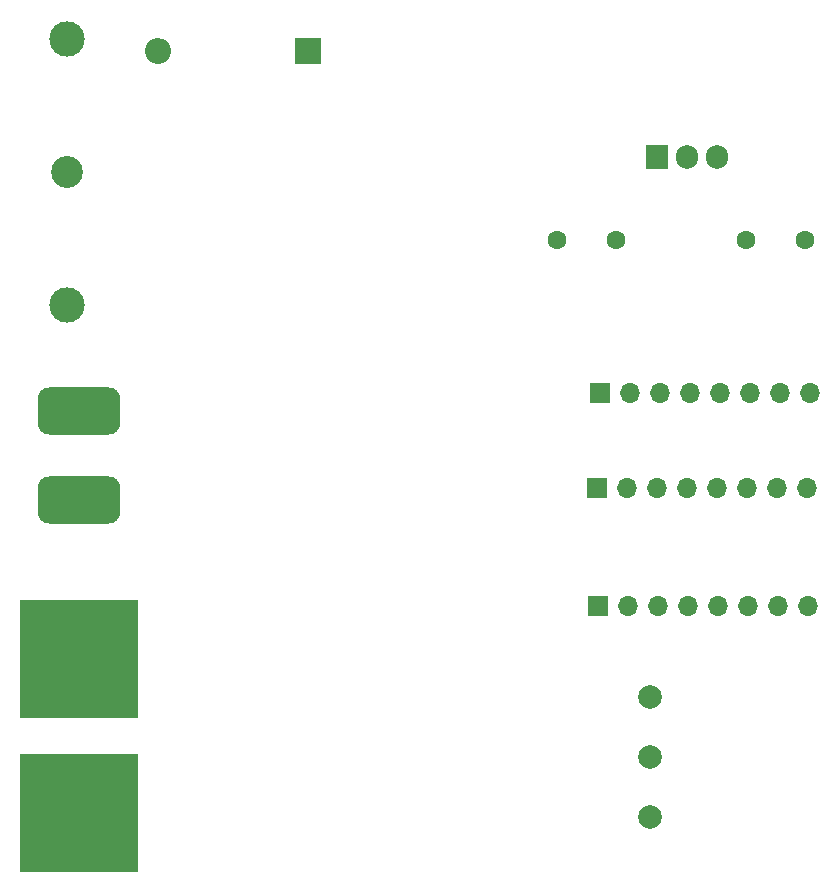
<source format=gbr>
%TF.GenerationSoftware,KiCad,Pcbnew,(6.0.4)*%
%TF.CreationDate,2022-09-19T22:09:22+05:30*%
%TF.ProjectId,fullsupply,66756c6c-7375-4707-906c-792e6b696361,rev?*%
%TF.SameCoordinates,Original*%
%TF.FileFunction,Soldermask,Bot*%
%TF.FilePolarity,Negative*%
%FSLAX46Y46*%
G04 Gerber Fmt 4.6, Leading zero omitted, Abs format (unit mm)*
G04 Created by KiCad (PCBNEW (6.0.4)) date 2022-09-19 22:09:22*
%MOMM*%
%LPD*%
G01*
G04 APERTURE LIST*
G04 Aperture macros list*
%AMRoundRect*
0 Rectangle with rounded corners*
0 $1 Rounding radius*
0 $2 $3 $4 $5 $6 $7 $8 $9 X,Y pos of 4 corners*
0 Add a 4 corners polygon primitive as box body*
4,1,4,$2,$3,$4,$5,$6,$7,$8,$9,$2,$3,0*
0 Add four circle primitives for the rounded corners*
1,1,$1+$1,$2,$3*
1,1,$1+$1,$4,$5*
1,1,$1+$1,$6,$7*
1,1,$1+$1,$8,$9*
0 Add four rect primitives between the rounded corners*
20,1,$1+$1,$2,$3,$4,$5,0*
20,1,$1+$1,$4,$5,$6,$7,0*
20,1,$1+$1,$6,$7,$8,$9,0*
20,1,$1+$1,$8,$9,$2,$3,0*%
G04 Aperture macros list end*
%ADD10C,1.600000*%
%ADD11R,1.700000X1.700000*%
%ADD12O,1.700000X1.700000*%
%ADD13R,2.200000X2.200000*%
%ADD14O,2.200000X2.200000*%
%ADD15C,2.000000*%
%ADD16R,10.000000X10.000000*%
%ADD17C,2.700000*%
%ADD18C,3.000000*%
%ADD19RoundRect,1.000000X2.500000X-1.000000X2.500000X1.000000X-2.500000X1.000000X-2.500000X-1.000000X0*%
%ADD20R,1.905000X2.000000*%
%ADD21O,1.905000X2.000000*%
G04 APERTURE END LIST*
D10*
%TO.C,C2*%
X146500000Y-97000000D03*
X141500000Y-97000000D03*
%TD*%
D11*
%TO.C,J4*%
X128840000Y-118000000D03*
D12*
X131380000Y-118000000D03*
X133920000Y-118000000D03*
X136460000Y-118000000D03*
X139000000Y-118000000D03*
X141540000Y-118000000D03*
X144080000Y-118000000D03*
X146620000Y-118000000D03*
%TD*%
D13*
%TO.C,D1*%
X104350000Y-81000000D03*
D14*
X91650000Y-81000000D03*
%TD*%
D11*
%TO.C,J3*%
X128975000Y-128000000D03*
D12*
X131515000Y-128000000D03*
X134055000Y-128000000D03*
X136595000Y-128000000D03*
X139135000Y-128000000D03*
X141675000Y-128000000D03*
X144215000Y-128000000D03*
X146755000Y-128000000D03*
%TD*%
D15*
%TO.C,U3*%
X133375000Y-145850000D03*
X133375000Y-140770000D03*
X133375000Y-135690000D03*
%TD*%
D10*
%TO.C,C1*%
X125500000Y-97000000D03*
X130500000Y-97000000D03*
%TD*%
D11*
%TO.C,J2*%
X129125000Y-110000000D03*
D12*
X131665000Y-110000000D03*
X134205000Y-110000000D03*
X136745000Y-110000000D03*
X139285000Y-110000000D03*
X141825000Y-110000000D03*
X144365000Y-110000000D03*
X146905000Y-110000000D03*
%TD*%
D16*
%TO.C,J1*%
X85000000Y-132500000D03*
X85000000Y-145500000D03*
%TD*%
D17*
%TO.C,F1*%
X84000000Y-91250000D03*
D18*
X84000000Y-80000000D03*
X84000000Y-102500000D03*
%TD*%
D19*
%TO.C,SW1*%
X85000000Y-119000000D03*
X85000000Y-111500000D03*
%TD*%
D20*
%TO.C,U1*%
X133960000Y-89945000D03*
D21*
X136500000Y-89945000D03*
X139040000Y-89945000D03*
%TD*%
M02*

</source>
